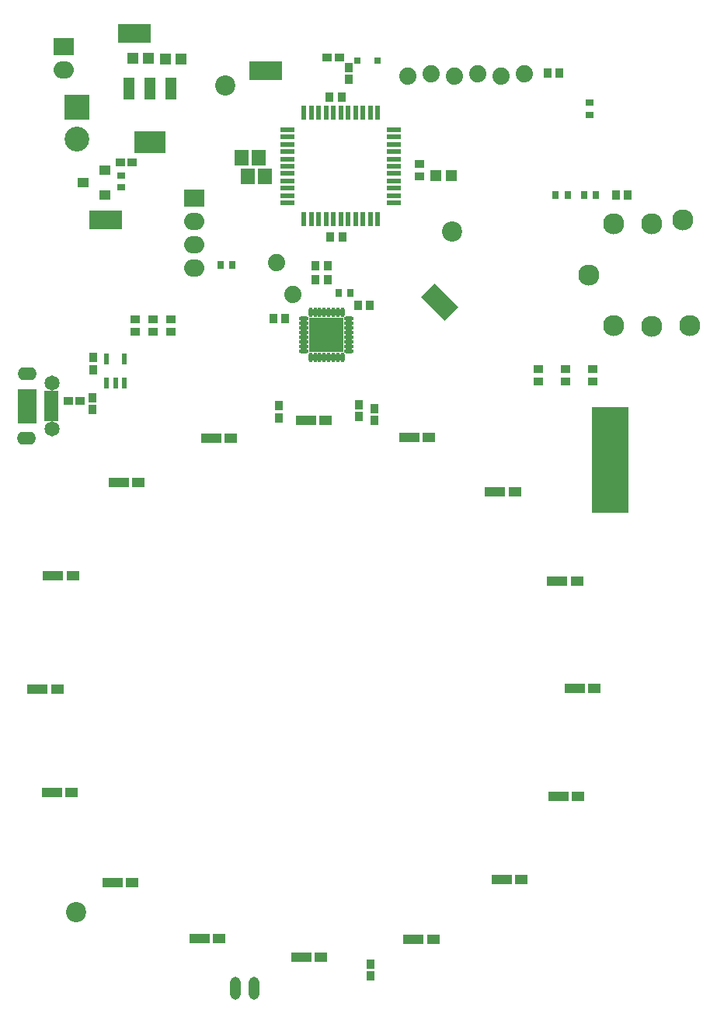
<source format=gbs>
%TF.GenerationSoftware,Novarm,DipTrace,3.3.1.3*%
%TF.CreationDate,2021-03-19T21:20:42+00:00*%
%FSLAX35Y35*%
%MOMM*%
%TF.FileFunction,Soldermask,Bot*%
%TF.Part,Single*%
%AMOUTLINE4*
4,1,4,
0.77867,0.3041,
0.77867,-0.3041,
-0.77867,-0.3041,
-0.77867,0.3041,
0.77867,0.3041,
0*%
%AMOUTLINE7*
4,1,4,
0.5657,-2.01525,
-2.01525,0.5657,
-0.5657,2.01525,
2.01525,-0.5657,
0.5657,-2.01525,
0*%
%ADD37R,1.5X0.5*%
%ADD38R,0.5X1.5*%
%ADD41R,0.7X0.9*%
%ADD44R,0.9X0.7*%
%ADD45R,0.55X1.2*%
%ADD49C,1.8796*%
%ADD64O,1.2X2.5*%
%ADD77C,2.3*%
%ADD88R,3.65X2.05*%
%ADD90R,1.2X1.0*%
%ADD96R,3.45X2.35*%
%ADD98R,1.15X2.35*%
%ADD100R,2.2X1.9*%
%ADD102O,2.2X1.9*%
%ADD106C,2.2*%
%ADD108O,2.1X1.4*%
%ADD110R,2.1X3.7*%
%ADD112C,1.65*%
%ADD114C,2.3*%
%ADD116R,2.7X2.7*%
%ADD118C,2.7*%
%ADD121R,1.3X1.2*%
%ADD123R,0.8X0.8*%
%ADD127R,1.5X1.7*%
%ADD131R,1.1X0.9*%
%ADD133R,2.2X1.0*%
%ADD135R,1.4X1.0*%
%ADD137R,0.9X1.1*%
%ADD143C,2.2*%
%ADD145R,3.8X3.8*%
%ADD147O,0.45X1.05*%
%ADD149O,1.05X0.45*%
%ADD159OUTLINE4*%
%ADD162OUTLINE7*%
G75*
G01*
%LPD*%
D149*
X-3695360Y5982717D3*
Y5932717D3*
Y5882717D3*
Y5832717D3*
Y5782717D3*
Y5732717D3*
Y5682717D3*
Y5632717D3*
D147*
X-3765360Y5562717D3*
X-3815360D3*
X-3865360D3*
X-3915360D3*
X-3965360D3*
X-4015360D3*
X-4065360D3*
X-4115360D3*
D149*
X-4185360Y5632717D3*
Y5682717D3*
Y5732717D3*
Y5782717D3*
Y5832717D3*
Y5882717D3*
Y5932717D3*
Y5982717D3*
D147*
X-4115360Y6052717D3*
X-4065360D3*
X-4015360D3*
X-3965360D3*
X-3915360D3*
X-3865360D3*
X-3815360D3*
X-3765360D3*
D145*
X-3940360Y5807717D3*
D143*
D3*
D37*
X-4364570Y7244323D3*
Y7324323D3*
Y7404323D3*
Y7484323D3*
Y7564323D3*
Y7644323D3*
Y7724323D3*
Y7804323D3*
Y7884323D3*
Y7964323D3*
Y8044323D3*
D38*
X-4184570Y8224323D3*
X-4104570D3*
X-4024570D3*
X-3944570D3*
X-3864570D3*
X-3784570D3*
X-3704570D3*
X-3624570D3*
X-3544570D3*
X-3464570D3*
X-3384570D3*
D37*
X-3204570Y8044323D3*
Y7964323D3*
Y7884323D3*
Y7804323D3*
Y7724323D3*
Y7644323D3*
Y7564323D3*
Y7484323D3*
Y7404323D3*
Y7324323D3*
Y7244323D3*
D38*
X-3384570Y7064323D3*
X-3464570D3*
X-3544570D3*
X-3624570D3*
X-3704570D3*
X-3784570D3*
X-3864570D3*
X-3944570D3*
X-4024570D3*
X-4104570D3*
X-4184570D3*
D137*
X-4060227Y6562263D3*
X-3930227D3*
X-4060227Y6404863D3*
X-3930227D3*
X-4390803Y5984433D3*
X-4520803D3*
D135*
X-2776453Y-783953D3*
D133*
X-2991453D3*
D135*
X-1814883Y-128173D3*
D133*
X-2029883D3*
D135*
X-1200417Y779903D3*
D133*
X-1415417D3*
D135*
X-1019453Y1952230D3*
D133*
X-1234453D3*
D135*
X-1210417Y3125710D3*
D133*
X-1425417D3*
D135*
X-1889767Y4099833D3*
D133*
X-2104767D3*
D135*
X-2822383Y4691917D3*
D133*
X-3037383D3*
D135*
X-3951217Y4871523D3*
D133*
X-4166217D3*
D135*
X-4983027Y4681417D3*
D133*
X-5198027D3*
D135*
X-5990797Y4196783D3*
D133*
X-6205797D3*
D135*
X-6707330Y3180707D3*
D133*
X-6922330D3*
D135*
X-6874447Y1947810D3*
D133*
X-7089447D3*
D135*
X-6716500Y817493D3*
D133*
X-6931500D3*
D135*
X-6060237Y-164413D3*
D133*
X-6275237D3*
D135*
X-5110863Y-772167D3*
D133*
X-5325863D3*
D135*
X-3999543Y-975703D3*
D133*
X-4214543D3*
D137*
X-3896797Y6874510D3*
X-3766797D3*
X-3775240Y8393420D3*
X-3905240D3*
D131*
X-2924363Y7665433D3*
Y7535433D3*
D137*
X-1402860Y8658210D3*
X-1532860D3*
D45*
X-6146920Y5280830D3*
X-6241920D3*
X-6336920D3*
Y5540850D3*
X-6146920D3*
D131*
X-1632360Y5300243D3*
Y5430243D3*
D127*
X-4868467Y7739240D3*
X-4678467D3*
D131*
X-6753287Y5083927D3*
X-6623287D3*
D49*
X-1782283Y8655817D3*
X-2036283Y8630417D3*
X-2290283Y8655817D3*
X-2544283Y8630417D3*
X-2798283Y8655817D3*
X-3052283Y8630417D3*
D131*
X-3801497Y8830790D3*
X-3931497D3*
D137*
X-3699080Y8723067D3*
Y8593067D3*
D131*
X-6029860Y5974767D3*
Y5844767D3*
D123*
X-3385193Y8793340D3*
X-3605193D3*
D121*
X-5530087Y8816493D3*
X-5700087D3*
X-6053150Y8817953D3*
X-5883150D3*
D131*
X-5834183Y5843187D3*
Y5973187D3*
X-1336207Y5300243D3*
Y5430243D3*
X-1040057Y5300243D3*
Y5430243D3*
D127*
X-4612550Y7533527D3*
X-4802550D3*
D121*
X-2753677Y7538417D3*
X-2583677D3*
D118*
X-6657497Y7938443D3*
D116*
Y8288443D3*
D114*
X-813523Y5909017D3*
X-1083523Y6459190D3*
X16477Y5904190D3*
X-53523Y7059017D3*
X-813523Y7019017D3*
D77*
X-398523Y5904017D3*
Y7019017D3*
D137*
X-655757Y7334043D3*
X-785757D3*
X-6495757Y4991330D3*
Y5121330D3*
X-6486747Y5429580D3*
Y5559580D3*
X-3419337Y4871603D3*
Y5001603D3*
X-3590867Y4917040D3*
Y5047040D3*
X-4462293Y4902153D3*
Y5032153D3*
X-3596600Y6132190D3*
X-3466600D3*
D159*
X-6937590Y5163567D3*
Y5098507D3*
Y5033307D3*
Y4968207D3*
Y4903107D3*
D112*
X-6935290Y5283907D3*
X-6935590Y4780307D3*
D110*
X-7204290Y5031707D3*
D108*
X-7205290Y5383707D3*
X-7208090Y4683007D3*
D41*
X-1443560Y7334317D3*
X-1313560D3*
D106*
X-2570120Y6929487D3*
X-5047060Y8526670D3*
X-6669557Y-481820D3*
D64*
X-4733193Y-1312270D3*
X-4933193D3*
D102*
X-5386087Y6536420D3*
Y6790420D3*
Y7044420D3*
D100*
Y7298420D3*
D41*
X-1131850Y7334317D3*
X-1001850D3*
X-3676947Y6268227D3*
X-3806947D3*
D98*
X-6097980Y8489873D3*
X-5867980D3*
X-5637980D3*
D96*
X-5867980Y7909873D3*
D90*
X-6357123Y7603727D3*
Y7333727D3*
X-6597123Y7468727D3*
D44*
X-6181110Y7415330D3*
Y7545330D3*
D131*
X-5637960Y5974767D3*
Y5844767D3*
D44*
X-1069540Y8205140D3*
Y8335140D3*
D88*
X-6030543Y9092193D3*
X-6351247Y7063390D3*
X-4605340Y8683443D3*
D162*
X-2706217Y6158957D3*
D49*
X-4488767Y6593547D3*
X-4309813Y6250473D3*
D102*
X-6800937Y8694577D3*
D100*
Y8948577D3*
D41*
X-4967893Y6569677D3*
X-5097893D3*
D137*
X-3459890Y-1051490D3*
Y-1181490D3*
D131*
X-6057087Y7683713D3*
X-6187087D3*
G36*
X-1046553Y5022653D2*
X-648370D1*
Y3863917D1*
X-1046553D1*
Y5022653D1*
G37*
M02*

</source>
